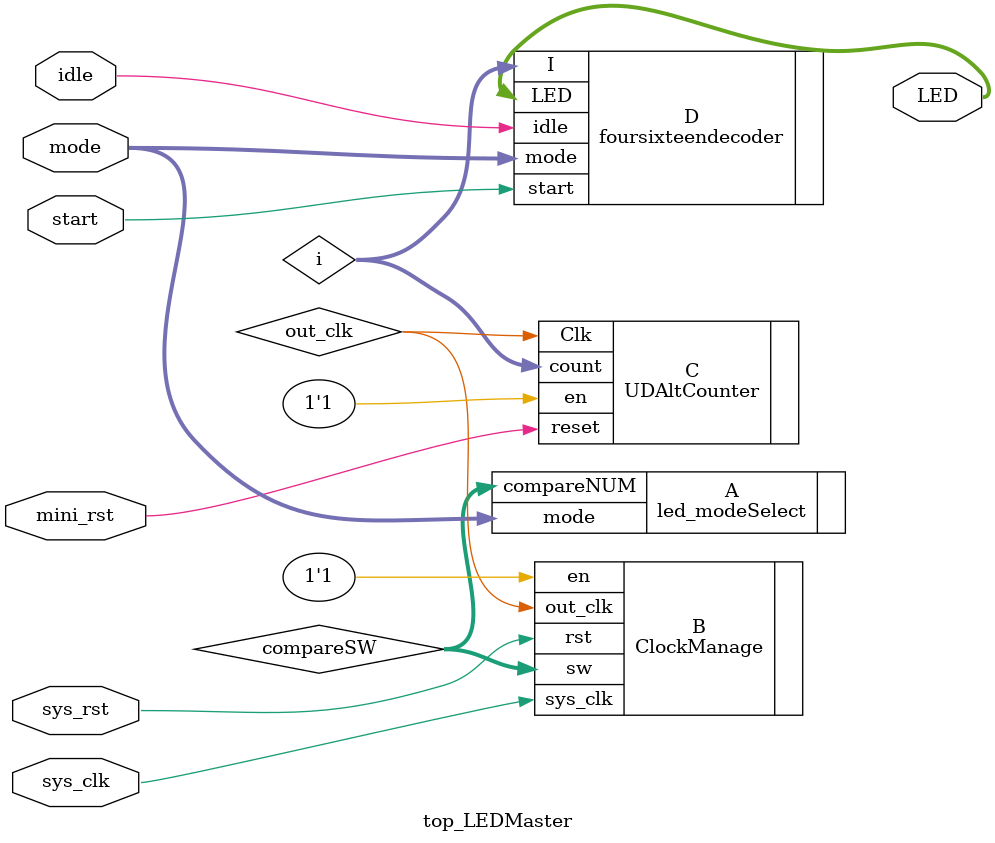
<source format=v>
`timescale 1ns / 1ps

module top_LEDMaster(
    input sys_clk, sys_rst,
    input mini_rst,
    input start, idle,
    input [1:0]mode, //three possible modes: low (2'b01), normal (2'b10), and high (2'b11)
    output [15:0]LED //the 16 LEDs
    );
    wire [4:0]compareSW; //will be either 5'b10110, 5'b10101, or 5'b10100 (speeds at the 22nd, 21st, and 20th bits respectively)
    wire out_clk;
    led_modeSelect A(.mode(mode),.compareNUM(compareSW)); //selects the 3 speeds based off mode
    ClockManage B(.sys_clk(sys_clk),.rst(sys_rst),.en(1'b1),.sw(compareSW),.out_clk(out_clk)); //chosen speed manages the speed of the clock
    wire [3:0]i;
    UDAltCounter C(.Clk(out_clk),.reset(mini_rst),.en(1'b1),.count(i));
    foursixteendecoder D(.I(i),.mode(mode),.start(start),.idle(idle),.LED(LED));
endmodule

</source>
